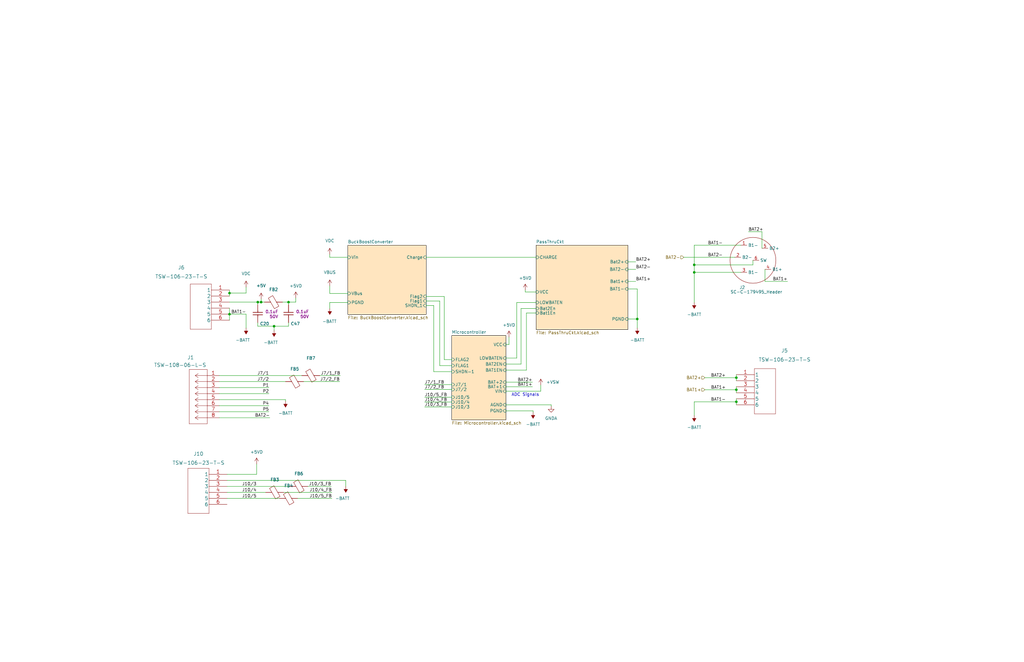
<source format=kicad_sch>
(kicad_sch (version 20230121) (generator eeschema)
  (paper "B")
  (title_block (title "Pass Through Charger") (date "2023-03-01") (rev "4") (company "SupplyNet") (comment 3 "R. Mercado") (comment 4 "Designed By:"))
  (lib_symbols
    (symbol "BCU_AltiumImport-altium-import:0_Cap"
      (property "Value" "0_Cap" (at 0 0 0))
      (symbol "0_Cap_1_0"
        (polyline (pts (xy -2.032 -3.302) (xy 2.032 -3.302)) (stroke (width 0.254)))
        (polyline (pts (xy 0 -5.08) (xy 0 -4.318)) (stroke (width 0.254)))
        (polyline (pts (xy 0 -2.54) (xy 0 -3.302)) (stroke (width 0.254)))
        (polyline (pts (xy 2.032 -4.318) (xy -2.032 -4.318)) (stroke (width 0.254)))
        (pin passive line (at 0 0 270) (length 2.54) (name "1") (number "1"))
        (pin passive line (at 0 -7.62 90) (length 2.54) (name "2") (number "2"))
      )
    )
    (symbol "Connector:SC-C-179495_Header"
      (property "Reference" "J1" (at -1.27 -10.16 0))
      (property "Value" "SC-C-179495_Header" (at -1.27 -12.7 0))
      (symbol "SC-C-179495_Header_0_1"
        (circle (center 8.89 2.54) (radius 9.672))
      )
      (symbol "SC-C-179495_Header_1_1"
        (pin bidirectional line (at 3.81 8.89 0) (length 2.54) (name "B1-") (number "1"))
        (pin bidirectional line (at 1.27 3.81 0) (length 2.54) (name "B2-") (number "2"))
        (pin bidirectional line (at 3.81 -2.54 0) (length 2.54) (name "B1-") (number "3"))
        (pin bidirectional line (at 13.97 -1.27 0) (length 2.54) (name "B1+") (number "4"))
        (pin bidirectional line (at 12.7 7.62 0) (length 2.54) (name "B2+") (number "5"))
        (pin bidirectional line (at 8.89 2.54 0) (length 2.54) (name "SW") (number "6"))
      )
    )
    (symbol "Connector:TSW-106-23-T-S" (pin_names (offset 0.254))
      (property "Reference" "J" (at 20.32 10.16 0))
      (property "Value" "TSW-106-23-T-S" (at 20.32 7.62 0))
      (symbol "TSW-106-23-T-S_1_1"
        (polyline (pts (xy 7.62 -15.24) (xy 16.51 -15.24)) (stroke (width 0.127)))
        (polyline (pts (xy 7.62 3.81) (xy 7.62 -15.24)) (stroke (width 0.127)))
        (polyline (pts (xy 7.62 3.81) (xy 16.51 3.81)) (stroke (width 0.127)))
        (polyline (pts (xy 16.51 -15.24) (xy 16.51 3.81)) (stroke (width 0.127)))
        (pin unspecified line (at 0 1.27 0) (length 7.62) (name "1") (number "1"))
        (pin unspecified line (at 0 -1.27 0) (length 7.62) (name "2") (number "2"))
        (pin unspecified line (at 0 -3.81 0) (length 7.62) (name "3") (number "3"))
        (pin unspecified line (at 0 -6.35 0) (length 7.62) (name "4") (number "4"))
        (pin unspecified line (at 0 -8.89 0) (length 7.62) (name "5") (number "5"))
        (pin unspecified line (at 0 -11.43 0) (length 7.62) (name "6") (number "6"))
      )
    )
    (symbol "Connector:TSW-108-06-L-S" (pin_names (offset 0.254) hide)
      (property "Reference" "J" (at 8.89 6.35 0))
      (property "Value" "TSW-108-06-L-S" (at 10.16 -10.16 0))
      (symbol "TSW-108-06-L-S_1_1"
        (polyline (pts (xy 5.08 -20.32) (xy 12.7 -20.32)) (stroke (width 0.127)))
        (polyline (pts (xy 5.08 2.54) (xy 5.08 -20.32)) (stroke (width 0.127)))
        (polyline (pts (xy 10.16 -17.78) (xy 5.08 -17.78)) (stroke (width 0.127)))
        (polyline (pts (xy 10.16 -17.78) (xy 8.89 -18.6182)) (stroke (width 0.127)))
        (polyline (pts (xy 10.16 -17.78) (xy 8.89 -16.9418)) (stroke (width 0.127)))
        (polyline (pts (xy 10.16 -15.24) (xy 5.08 -15.24)) (stroke (width 0.127)))
        (polyline (pts (xy 10.16 -15.24) (xy 8.89 -16.0782)) (stroke (width 0.127)))
        (polyline (pts (xy 10.16 -15.24) (xy 8.89 -14.4018)) (stroke (width 0.127)))
        (polyline (pts (xy 10.16 -12.7) (xy 5.08 -12.7)) (stroke (width 0.127)))
        (polyline (pts (xy 10.16 -12.7) (xy 8.89 -13.5382)) (stroke (width 0.127)))
        (polyline (pts (xy 10.16 -12.7) (xy 8.89 -11.8618)) (stroke (width 0.127)))
        (polyline (pts (xy 10.16 -10.16) (xy 5.08 -10.16)) (stroke (width 0.127)))
        (polyline (pts (xy 10.16 -10.16) (xy 8.89 -10.9982)) (stroke (width 0.127)))
        (polyline (pts (xy 10.16 -10.16) (xy 8.89 -9.3218)) (stroke (width 0.127)))
        (polyline (pts (xy 10.16 -7.62) (xy 5.08 -7.62)) (stroke (width 0.127)))
        (polyline (pts (xy 10.16 -7.62) (xy 8.89 -8.4582)) (stroke (width 0.127)))
        (polyline (pts (xy 10.16 -7.62) (xy 8.89 -6.7818)) (stroke (width 0.127)))
        (polyline (pts (xy 10.16 -5.08) (xy 5.08 -5.08)) (stroke (width 0.127)))
        (polyline (pts (xy 10.16 -5.08) (xy 8.89 -5.9182)) (stroke (width 0.127)))
        (polyline (pts (xy 10.16 -5.08) (xy 8.89 -4.2418)) (stroke (width 0.127)))
        (polyline (pts (xy 10.16 -2.54) (xy 5.08 -2.54)) (stroke (width 0.127)))
        (polyline (pts (xy 10.16 -2.54) (xy 8.89 -3.3782)) (stroke (width 0.127)))
        (polyline (pts (xy 10.16 -2.54) (xy 8.89 -1.7018)) (stroke (width 0.127)))
        (polyline (pts (xy 10.16 0) (xy 5.08 0)) (stroke (width 0.127)))
        (polyline (pts (xy 10.16 0) (xy 8.89 -0.8382)) (stroke (width 0.127)))
        (polyline (pts (xy 10.16 0) (xy 8.89 0.8382)) (stroke (width 0.127)))
        (polyline (pts (xy 12.7 -20.32) (xy 12.7 2.54)) (stroke (width 0.127)))
        (polyline (pts (xy 12.7 2.54) (xy 5.08 2.54)) (stroke (width 0.127)))
        (pin unspecified line (at 0 0 0) (length 5.08) (name "1") (number "1"))
        (pin unspecified line (at 0 -2.54 0) (length 5.08) (name "2") (number "2"))
        (pin unspecified line (at 0 -5.08 0) (length 5.08) (name "3") (number "3"))
        (pin unspecified line (at 0 -7.62 0) (length 5.08) (name "4") (number "4"))
        (pin unspecified line (at 0 -10.16 0) (length 5.08) (name "5") (number "5"))
        (pin unspecified line (at 0 -12.7 0) (length 5.08) (name "6") (number "6"))
        (pin unspecified line (at 0 -15.24 0) (length 5.08) (name "7") (number "7"))
        (pin unspecified line (at 0 -17.78 0) (length 5.08) (name "8") (number "8"))
      )
    )
    (symbol "Device:FerriteBead" (pin_numbers hide) (pin_names (offset 0))
      (property "Reference" "FB" (at -3.81 0.635 90))
      (property "Value" "FerriteBead" (at 3.81 0 90))
      (symbol "FerriteBead_0_1"
        (polyline (pts (xy 0 -1.27) (xy 0 -1.2192)))
        (polyline (pts (xy 0 1.27) (xy 0 1.2954)))
        (polyline (pts (xy -2.7686 0.4064) (xy -1.7018 2.2606) (xy 2.7686 -0.3048) (xy 1.6764 -2.159) (xy -2.7686 0.4064)))
      )
      (symbol "FerriteBead_1_1"
        (pin passive line (at 0 3.81 270) (length 2.54) (name "~") (number "1"))
        (pin passive line (at 0 -3.81 90) (length 2.54) (name "~") (number "2"))
      )
    )
    (symbol "TSW-106-23-T-S_1" (pin_names (offset 0.254))
      (property "Reference" "J" (at 20.32 10.16 0))
      (property "Value" "TSW-106-23-T-S_1" (at 20.32 7.62 0))
      (symbol "TSW-106-23-T-S_1_1_1"
        (polyline (pts (xy 7.62 -15.24) (xy 16.51 -15.24)) (stroke (width 0.127)))
        (polyline (pts (xy 7.62 3.81) (xy 7.62 -15.24)) (stroke (width 0.127)))
        (polyline (pts (xy 7.62 3.81) (xy 16.51 3.81)) (stroke (width 0.127)))
        (polyline (pts (xy 16.51 -15.24) (xy 16.51 3.81)) (stroke (width 0.127)))
        (pin unspecified line (at 0 1.27 0) (length 7.62) (name "1") (number "1"))
        (pin unspecified line (at 0 -1.27 0) (length 7.62) (name "2") (number "2"))
        (pin unspecified line (at 0 -3.81 0) (length 7.62) (name "3") (number "3"))
        (pin unspecified line (at 0 -6.35 0) (length 7.62) (name "4") (number "4"))
        (pin unspecified line (at 0 -8.89 0) (length 7.62) (name "5") (number "5"))
        (pin unspecified line (at 0 -11.43 0) (length 7.62) (name "6") (number "6"))
      )
    )
    (symbol "power:+5V" (power) (pin_names (offset 0))
      (property "Value" "+5V" (at 0 3.556 0))
      (symbol "+5V_0_1"
        (polyline (pts (xy -0.762 1.27) (xy 0 2.54)))
        (polyline (pts (xy 0 0) (xy 0 2.54)))
        (polyline (pts (xy 0 2.54) (xy 0.762 1.27)))
      )
      (symbol "+5V_1_1"
        (pin power_in line (at 0 0 90) (length 0) hide (name "+5V") (number "1"))
      )
    )
    (symbol "power:+5VD" (power) (pin_names (offset 0))
      (property "Value" "+5VD" (at 0 3.556 0))
      (symbol "+5VD_0_1"
        (polyline (pts (xy -0.762 1.27) (xy 0 2.54)))
        (polyline (pts (xy 0 0) (xy 0 2.54)))
        (polyline (pts (xy 0 2.54) (xy 0.762 1.27)))
      )
      (symbol "+5VD_1_1"
        (pin power_in line (at 0 0 90) (length 0) hide (name "+5VD") (number "1"))
      )
    )
    (symbol "power:+VSW" (power) (pin_names (offset 0))
      (property "Value" "+VSW" (at 0 3.556 0))
      (symbol "+VSW_0_1"
        (polyline (pts (xy -0.762 1.27) (xy 0 2.54)))
        (polyline (pts (xy 0 0) (xy 0 2.54)))
        (polyline (pts (xy 0 2.54) (xy 0.762 1.27)))
      )
      (symbol "+VSW_1_1"
        (pin power_in line (at 0 0 90) (length 0) hide (name "+VSW") (number "1"))
      )
    )
    (symbol "power:-BATT" (power) (pin_names (offset 0))
      (property "Value" "-BATT" (at 0 3.556 0))
      (symbol "-BATT_0_1"
        (polyline (pts (xy 0 0) (xy 0 2.54)))
        (polyline (pts (xy 0.762 1.27) (xy -0.762 1.27) (xy 0 2.54) (xy 0.762 1.27)) (fill (type outline)))
      )
      (symbol "-BATT_1_1"
        (pin power_in line (at 0 0 90) (length 0) hide (name "-BATT") (number "1"))
      )
    )
    (symbol "power:GNDA" (power) (pin_names (offset 0))
      (property "Value" "GNDA" (at 0 -3.81 0))
      (symbol "GNDA_0_1"
        (polyline (pts (xy 0 0) (xy 0 -1.27) (xy 1.27 -1.27) (xy 0 -2.54) (xy -1.27 -1.27) (xy 0 -1.27)))
      )
      (symbol "GNDA_1_1"
        (pin power_in line (at 0 0 270) (length 0) hide (name "GNDA") (number "1"))
      )
    )
    (symbol "power:VBUS" (power) (pin_names (offset 0))
      (property "Value" "VBUS" (at 0 3.81 0))
      (symbol "VBUS_0_1"
        (polyline (pts (xy -0.762 1.27) (xy 0 2.54)))
        (polyline (pts (xy 0 0) (xy 0 2.54)))
        (polyline (pts (xy 0 2.54) (xy 0.762 1.27)))
      )
      (symbol "VBUS_1_1"
        (pin power_in line (at 0 0 90) (length 0) hide (name "VBUS") (number "1"))
      )
    )
    (symbol "power:VDC" (power) (pin_names (offset 0))
      (property "Value" "VDC" (at 0 6.35 0))
      (symbol "VDC_0_1"
        (polyline (pts (xy -0.762 1.27) (xy 0 2.54)))
        (polyline (pts (xy 0 0) (xy 0 2.54)))
        (polyline (pts (xy 0 2.54) (xy 0.762 1.27)))
      )
      (symbol "VDC_1_1"
        (pin power_in line (at 0 0 90) (length 0) hide (name "VDC") (number "1"))
      )
    )
  )
  (junction (at 310.515 169.545))
  (junction (at 96.774 123.698))
  (junction (at 310.515 159.385))
  (junction (at 310.515 164.465))
  (junction (at 292.735 114.935))
  (junction (at 292.735 111.76))
  (junction (at 121.666 127.508))
  (junction (at 96.774 132.588))
  (junction (at 115.57 137.668))
  (junction (at 108.712 127.508))
  (junction (at 268.732 134.62))
  (junction (at 110.109 127.508))
  (wire (pts (xy 214.63 145.415) (xy 213.36 145.415)))
  (wire (pts (xy 96.774 122.428) (xy 96.774 123.698)))
  (wire (pts (xy 121.666 127.508) (xy 124.714 127.508)))
  (wire (pts (xy 108.204 195.834) (xy 108.204 200.152)))
  (wire (pts (xy 321.31 97.79) (xy 321.31 104.775)))
  (wire (pts (xy 145.796 202.692) (xy 145.796 205.232)))
  (wire (pts (xy 179.705 108.585) (xy 226.06 108.585)))
  (wire (pts (xy 179.705 127) (xy 185.42 127)))
  (wire (pts (xy 113.411 171.196) (xy 92.456 171.196)))
  (wire (pts (xy 95.758 205.232) (xy 122.174 205.232)))
  (wire (pts (xy 214.63 142.24) (xy 214.63 145.415)))
  (wire (pts (xy 297.18 159.385) (xy 310.515 159.385)))
  (wire (pts (xy 190.5 151.765) (xy 187.325 151.765)))
  (wire (pts (xy 187.325 151.765) (xy 187.325 125.095)))
  (wire (pts (xy 264.795 134.62) (xy 268.732 134.62)))
  (wire (pts (xy 213.36 151.13) (xy 217.932 151.13)))
  (wire (pts (xy 292.735 111.76) (xy 292.735 114.935)))
  (wire (pts (xy 219.71 153.67) (xy 213.36 153.67)))
  (wire (pts (xy 139.7 205.232) (xy 129.794 205.232)))
  (wire (pts (xy 179.07 167.64) (xy 190.5 167.64)))
  (wire (pts (xy 121.666 127.508) (xy 121.666 128.524)))
  (wire (pts (xy 113.411 166.116) (xy 92.456 166.116)))
  (wire (pts (xy 219.71 153.67) (xy 219.71 130.175)))
  (wire (pts (xy 103.759 132.588) (xy 103.759 138.43)))
  (wire (pts (xy 92.456 163.576) (xy 113.411 163.576)))
  (wire (pts (xy 146.685 127.635) (xy 139.065 127.635)))
  (wire (pts (xy 139.065 107.315) (xy 139.065 108.585)))
  (wire (pts (xy 96.774 132.588) (xy 103.759 132.588)))
  (wire (pts (xy 120.396 169.291) (xy 120.396 168.656)))
  (wire (pts (xy 139.065 127.635) (xy 139.065 130.175)))
  (wire (pts (xy 226.06 123.19) (xy 221.488 123.19)))
  (wire (pts (xy 96.774 132.588) (xy 96.774 135.128)))
  (wire (pts (xy 190.5 156.845) (xy 182.88 156.845)))
  (wire (pts (xy 292.735 111.76) (xy 317.5 111.76)))
  (wire (pts (xy 292.735 103.505) (xy 292.735 111.76)))
  (wire (pts (xy 108.712 127.508) (xy 96.774 127.508)))
  (wire (pts (xy 322.58 113.665) (xy 322.58 118.745)))
  (wire (pts (xy 310.515 169.545) (xy 292.735 169.545)))
  (wire (pts (xy 179.07 164.338) (xy 190.5 164.338)))
  (wire (pts (xy 95.758 202.692) (xy 145.796 202.692)))
  (wire (pts (xy 92.456 158.496) (xy 127.254 158.496)))
  (wire (pts (xy 115.57 137.668) (xy 108.712 137.668)))
  (wire (pts (xy 219.71 130.175) (xy 226.06 130.175)))
  (wire (pts (xy 103.759 121.158) (xy 103.759 123.698)))
  (wire (pts (xy 217.932 151.13) (xy 217.932 127.635)))
  (wire (pts (xy 120.396 168.656) (xy 92.456 168.656)))
  (wire (pts (xy 185.42 154.305) (xy 190.5 154.305)))
  (wire (pts (xy 310.515 163.195) (xy 310.515 164.465)))
  (wire (pts (xy 121.666 127.508) (xy 119.126 127.508)))
  (wire (pts (xy 113.411 173.736) (xy 92.456 173.736)))
  (wire (pts (xy 217.932 127.635) (xy 226.06 127.635)))
  (wire (pts (xy 292.735 114.935) (xy 292.735 127.635)))
  (wire (pts (xy 103.759 123.698) (xy 96.774 123.698)))
  (wire (pts (xy 221.996 156.21) (xy 221.996 132.08)))
  (wire (pts (xy 213.36 161.29) (xy 224.536 161.29)))
  (wire (pts (xy 179.07 171.704) (xy 190.5 171.704)))
  (wire (pts (xy 264.795 113.665) (xy 268.097 113.665)))
  (wire (pts (xy 268.732 121.92) (xy 264.795 121.92)))
  (wire (pts (xy 115.57 137.668) (xy 115.57 139.446)))
  (wire (pts (xy 312.42 103.505) (xy 292.735 103.505)))
  (wire (pts (xy 108.204 200.152) (xy 95.758 200.152)))
  (wire (pts (xy 139.065 108.585) (xy 146.685 108.585)))
  (wire (pts (xy 310.515 158.115) (xy 310.515 159.385)))
  (wire (pts (xy 224.79 173.99) (xy 224.79 173.355)))
  (wire (pts (xy 221.996 132.08) (xy 226.06 132.08)))
  (wire (pts (xy 108.712 128.524) (xy 108.712 127.508)))
  (wire (pts (xy 179.07 169.672) (xy 190.5 169.672)))
  (wire (pts (xy 268.732 138.43) (xy 268.732 134.62)))
  (wire (pts (xy 315.595 97.79) (xy 321.31 97.79)))
  (wire (pts (xy 292.735 169.545) (xy 292.735 175.26)))
  (wire (pts (xy 124.714 125.73) (xy 124.714 127.508)))
  (wire (pts (xy 224.79 173.355) (xy 213.36 173.355)))
  (wire (pts (xy 119.634 207.772) (xy 139.954 207.772)))
  (wire (pts (xy 108.712 136.144) (xy 108.712 137.668)))
  (wire (pts (xy 310.515 164.465) (xy 310.515 165.735)))
  (wire (pts (xy 317.5 109.855) (xy 317.5 111.76)))
  (wire (pts (xy 111.506 127.508) (xy 110.109 127.508)))
  (wire (pts (xy 146.685 123.825) (xy 139.065 123.825)))
  (wire (pts (xy 139.065 120.65) (xy 139.065 123.825)))
  (wire (pts (xy 143.256 161.036) (xy 128.016 161.036)))
  (wire (pts (xy 288.29 108.585) (xy 309.88 108.585)))
  (wire (pts (xy 110.109 127.508) (xy 108.712 127.508)))
  (wire (pts (xy 322.58 118.745) (xy 332.105 118.745)))
  (wire (pts (xy 185.42 127) (xy 185.42 154.305)))
  (wire (pts (xy 96.774 130.048) (xy 96.774 132.588)))
  (wire (pts (xy 121.666 137.668) (xy 115.57 137.668)))
  (wire (pts (xy 213.36 165.1) (xy 227.9904 165.1)))
  (wire (pts (xy 92.456 176.276) (xy 113.792 176.276)))
  (wire (pts (xy 297.18 164.465) (xy 310.515 164.465)))
  (wire (pts (xy 110.109 127.508) (xy 110.109 126.238)))
  (wire (pts (xy 125.476 210.312) (xy 139.954 210.312)))
  (wire (pts (xy 213.36 156.21) (xy 221.996 156.21)))
  (wire (pts (xy 227.9904 165.1) (xy 228.0158 162.5092)))
  (wire (pts (xy 268.732 134.62) (xy 268.732 121.92)))
  (wire (pts (xy 121.666 136.144) (xy 121.666 137.668)))
  (wire (pts (xy 182.88 156.845) (xy 182.88 128.905)))
  (wire (pts (xy 96.774 123.698) (xy 96.774 124.968)))
  (wire (pts (xy 292.735 114.935) (xy 312.42 114.935)))
  (wire (pts (xy 187.325 125.095) (xy 179.705 125.095)))
  (wire (pts (xy 310.515 169.545) (xy 310.515 170.815)))
  (wire (pts (xy 310.515 169.545) (xy 310.515 168.275)))
  (wire (pts (xy 310.515 159.385) (xy 310.515 160.655)))
  (wire (pts (xy 95.758 210.312) (xy 117.856 210.312)))
  (wire (pts (xy 92.456 161.036) (xy 120.396 161.036)))
  (wire (pts (xy 95.758 207.772) (xy 112.014 207.772)))
  (wire (pts (xy 182.88 128.905) (xy 179.705 128.905)))
  (wire (pts (xy 264.795 118.745) (xy 268.097 118.745)))
  (wire (pts (xy 264.795 110.49) (xy 268.097 110.49)))
  (wire (pts (xy 143.51 158.496) (xy 134.874 158.496)))
  (wire (pts (xy 221.488 123.19) (xy 221.488 122.428)))
  (wire (pts (xy 213.36 170.815) (xy 232.41 170.815)))
  (wire (pts (xy 213.36 163.195) (xy 224.536 163.195)))
  (wire (pts (xy 179.07 162.306) (xy 190.5 162.306)))
  (wire (pts (xy 232.41 170.815) (xy 232.41 171.45)))
  (text "ADC Signals\n" (at 215.646 167.386 0) (effects (font (size 1.27 1.27)) (justify left bottom)))
  (label "BAT2+" (at 268.097 110.49 0))
  (label "J10{slash}3_FB" (at 139.7 205.232 180))
  (label "BAT2-" (at 268.097 113.665 0))
  (label "J10{slash}5" (at 108.204 210.312 180))
  (label "J7{slash}2" (at 113.411 161.036 180))
  (label "BAT1-" (at 299.72 169.545 0))
  (label "BAT1+" (at 332.105 118.745 180))
  (label "J10{slash}5_FB" (at 179.07 167.64 0))
  (label "BAT2+" (at 315.595 97.79 0))
  (label "BAT2+" (at 224.536 161.29 180))
  (label "P1" (at 113.411 163.576 180))
  (label "J7{slash}2_FB" (at 179.07 164.338 0))
  (label "J7{slash}1" (at 113.411 158.496 180))
  (label "J7{slash}1_FB" (at 143.51 158.496 180))
  (label "P2" (at 113.411 166.116 180))
  (label "J10{slash}4_FB" (at 179.07 169.672 0))
  (label "P5" (at 113.411 173.736 180))
  (label "BAT1+" (at 268.097 118.745 0))
  (label "J10{slash}4_FB" (at 139.954 207.772 180))
  (label "BAT2+" (at 299.72 159.385 0))
  (label "J10{slash}3_FB" (at 179.07 171.704 0))
  (label "J10{slash}5_FB" (at 139.954 210.312 180))
  (label "BAT2-" (at 298.45 108.585 0))
  (label "BAT1+" (at 224.536 163.195 180))
  (label "BAT1-" (at 298.45 103.505 0))
  (label "J7{slash}2_FB" (at 143.256 161.036 180))
  (label "BAT1-" (at 103.759 132.588 180))
  (label "BAT1+" (at 306.07 164.465 180))
  (label "BAT2-" (at 113.792 176.276 180))
  (label "J7{slash}1_FB" (at 179.07 162.306 0))
  (label "P4" (at 113.411 171.196 180))
  (label "J10{slash}3" (at 108.204 205.232 180))
  (label "J10{slash}4" (at 108.204 207.772 180))
  (hierarchical_label "BAT1+" (shape input) (at 297.18 164.465 180))
  (hierarchical_label "BAT2-" (shape input) (at 288.29 108.585 180))
  (hierarchical_label "BAT2+" (shape input) (at 297.18 159.385 180))
  (symbol (lib_id "power:-BATT") (at 292.735 175.26 180) (unit 1)
    (property "Reference" "#PWR0126" (effects hide))
    (property "Value" "-BATT" (at 292.735 180.34 0))
  )
  (symbol (lib_id "Device:FerriteBead") (at 115.824 207.772 270) (mirror x) (unit 1)
    (property "Reference" "FB3" (at 115.8748 202.438 90))
    (property "Value" "BLM21AG121BH1D" (effects hide))
    (property "Footprint" "Inductor_SMD:L_0805_2012Metric" (effects hide))
  )
  (symbol (lib_id "Device:FerriteBead") (at 131.064 158.496 270) (mirror x) (unit 1)
    (property "Reference" "FB7" (at 131.1148 151.13 90))
    (property "Value" "BLM21AG121BH1D" (effects hide))
    (property "Footprint" "Inductor_SMD:L_0805_2012Metric" (effects hide))
  )
  (symbol (lib_id "BCU_AltiumImport-altium-import:0_Cap") (at 108.712 136.144 180) (unit 1)
    (property "Reference" "C20" (at 113.538 135.89 0) (effects (justify left bottom)))
    (property "Value" "0.1uF" (effects hide))
    (property "Footprint" "Capacitor_SMD:C_0603_1608Metric" (effects hide))
    (property "DIELECTRIC" "X7R" (effects hide))
    (property "CAPACITANCE" "0.1uF" (at 117.348 130.81 0) (effects (justify left bottom)))
    (property "VOLTAGE" "50V" (at 117.348 132.842 0) (effects (justify left bottom)))
    (property "IDENTIFIER" "0.1uF 100V +/-5% 0603" (effects hide))
    (property "MANUFACTURER" "Vishay/Vitramon" (effects hide))
    (property "MANUFACTURER 2" "AVX" (effects hide))
    (property "MANUFACTURER PARTNO 2" "12062C104JAT2A" (effects hide))
    (property "PRESSURE VERIFIED" "12000" (effects hide))
    (property "DATE CHECKED" "12/17/2019" (effects hide))
    (property "DATE VERIFIED" "12/17/2019" (effects hide))
    (property "TOLERANCE" "+/-5%" (effects hide))
    (property "MOUNTING TECHNOLOGY" "SMT" (effects hide))
    (property "ROHS" "YES" (effects hide))
    (property "DO NOT POPULATE" "DNP" (effects hide))
    (property "PACKAGE" "1206" (effects hide))
    (property "POLAR" "No" (effects hide))
    (property "HELPURL" "https://www.mouser.com/datasheet/2/427/vjw1bcbascomseries-223529.pdf" (effects hide))
  )
  (symbol (lib_id "power:+5VD") (at 124.714 125.73 0) (unit 1)
    (property "Reference" "#PWR0134" (effects hide))
    (property "Value" "+5VD" (at 124.714 120.65 0))
  )
  (symbol (lib_id "power:+5VD") (at 221.488 122.428 0) (unit 1)
    (property "Reference" "#PWR0163" (effects hide))
    (property "Value" "+5VD" (at 221.488 117.348 0))
  )
  (symbol (lib_id "power:VDC") (at 139.065 107.315 0) (mirror y) (unit 1)
    (property "Reference" "#PWR0130" (effects hide))
    (property "Value" "VDC" (at 139.065 101.6 0))
  )
  (symbol (lib_id "Connector:TSW-108-06-L-S") (at 92.456 158.496 0) (mirror y) (unit 1)
    (property "Reference" "J1" (at 80.391 150.876 0) (effects (font (size 1.524 1.524))))
    (property "Value" "TSW-108-06-L-S" (at 75.946 154.051 0) (effects (font (size 1.524 1.524))))
    (property "Footprint" "Connector_Samtec:TSW-108-06-L-S" (effects hide))
  )
  (symbol (lib_id "BCU_AltiumImport-altium-import:0_Cap") (at 121.666 136.144 180) (unit 1)
    (property "Reference" "C47" (at 126.492 135.89 0) (effects (justify left bottom)))
    (property "Value" "0.1uF" (effects hide))
    (property "Footprint" "Capacitor_SMD:C_0603_1608Metric" (effects hide))
    (property "DIELECTRIC" "X7R" (effects hide))
    (property "CAPACITANCE" "0.1uF" (at 130.302 130.81 0) (effects (justify left bottom)))
    (property "VOLTAGE" "50V" (at 130.302 132.842 0) (effects (justify left bottom)))
    (property "IDENTIFIER" "0.1uF 100V +/-5% 0603" (effects hide))
    (property "MANUFACTURER" "Vishay/Vitramon" (effects hide))
    (property "MANUFACTURER 2" "AVX" (effects hide))
    (property "MANUFACTURER PARTNO 2" "12062C104JAT2A" (effects hide))
    (property "PRESSURE VERIFIED" "12000" (effects hide))
    (property "DATE CHECKED" "12/17/2019" (effects hide))
    (property "DATE VERIFIED" "12/17/2019" (effects hide))
    (property "TOLERANCE" "+/-5%" (effects hide))
    (property "MOUNTING TECHNOLOGY" "SMT" (effects hide))
    (property "ROHS" "YES" (effects hide))
    (property "DO NOT POPULATE" "DNP" (effects hide))
    (property "PACKAGE" "1206" (effects hide))
    (property "POLAR" "No" (effects hide))
    (property "HELPURL" "https://www.mouser.com/datasheet/2/427/vjw1bcbascomseries-223529.pdf" (effects hide))
  )
  (symbol (lib_id "Connector:TSW-106-23-T-S") (at 95.758 201.422 0) (mirror y) (unit 1)
    (property "Reference" "J10" (at 83.693 191.516 0) (effects (font (size 1.524 1.524))))
    (property "Value" "TSW-106-23-T-S" (at 83.693 195.326 0) (effects (font (size 1.524 1.524))))
    (property "Footprint" "Connector_Samtec:TSW-106-23-T-S" (effects hide))
  )
  (symbol (lib_id "power:-BATT") (at 224.79 173.99 180) (unit 1)
    (property "Reference" "#PWR0136" (effects hide))
    (property "Value" "-BATT" (at 224.79 179.07 0))
  )
  (symbol (lib_id "power:-BATT") (at 268.732 138.43 180) (unit 1)
    (property "Reference" "#PWR0133" (effects hide))
    (property "Value" "-BATT" (at 268.732 143.51 0))
  )
  (symbol (lib_id "power:-BATT") (at 103.759 138.43 0) (mirror x) (unit 1)
    (property "Reference" "#PWR0129" (effects hide))
    (property "Value" "-BATT" (at 102.362 143.51 0))
  )
  (symbol (lib_name "TSW-106-23-T-S_1") (lib_id "Connector:TSW-106-23-T-S") (at 310.515 159.385 0) (unit 1)
    (property "Reference" "J5" (at 330.835 147.955 0) (effects (font (size 1.524 1.524))))
    (property "Value" "TSW-106-23-T-S" (at 330.835 151.765 0) (effects (font (size 1.524 1.524))))
    (property "Footprint" "Connector_Samtec:TSW-106-23-T-S" (effects hide))
  )
  (symbol (lib_id "power:+5VD") (at 214.63 142.24 0) (unit 1)
    (property "Reference" "#PWR0162" (effects hide))
    (property "Value" "+5VD" (at 214.63 137.16 0))
  )
  (symbol (lib_id "power:-BATT") (at 115.57 139.446 0) (mirror x) (unit 1)
    (property "Reference" "#PWR01" (effects hide))
    (property "Value" "-BATT" (at 114.173 144.526 0))
  )
  (symbol (lib_id "power:-BATT") (at 120.396 169.291 180) (unit 1)
    (property "Reference" "#PWR0124" (effects hide))
    (property "Value" "-BATT" (at 120.396 174.371 0))
  )
  (symbol (lib_id "Connector:TSW-106-23-T-S") (at 96.774 123.698 0) (mirror y) (unit 1)
    (property "Reference" "J6" (at 76.454 112.903 0) (effects (font (size 1.524 1.524))))
    (property "Value" "TSW-106-23-T-S" (at 76.454 116.713 0) (effects (font (size 1.524 1.524))))
    (property "Footprint" "Connector_Samtec:TSW-106-23-T-S" (effects hide))
  )
  (symbol (lib_id "power:-BATT") (at 139.065 130.175 0) (mirror x) (unit 1)
    (property "Reference" "#PWR0132" (effects hide))
    (property "Value" "-BATT" (at 138.938 135.636 0))
  )
  (symbol (lib_id "Device:FerriteBead") (at 124.206 161.036 270) (mirror x) (unit 1)
    (property "Reference" "FB5" (at 124.2568 155.702 90))
    (property "Value" "BLM21AG121BH1D" (effects hide))
    (property "Footprint" "Inductor_SMD:L_0805_2012Metric" (effects hide))
  )
  (symbol (lib_id "power:+5V") (at 110.109 126.238 0) (mirror y) (unit 1)
    (property "Reference" "#PWR0128" (effects hide))
    (property "Value" "+5V" (at 110.109 120.523 0))
  )
  (symbol (lib_id "power:-BATT") (at 145.796 205.232 0) (mirror x) (unit 1)
    (property "Reference" "#PWR0111" (effects hide))
    (property "Value" "-BATT" (at 144.399 210.312 0))
  )
  (symbol (lib_id "power:GNDA") (at 232.41 171.45 0) (unit 1)
    (property "Reference" "#PWR0137" (effects hide))
    (property "Value" "GNDA" (at 232.41 176.53 0))
  )
  (symbol (lib_id "power:+5VD") (at 108.204 195.834 0) (unit 1)
    (property "Reference" "#PWR0164" (effects hide))
    (property "Value" "+5VD" (at 108.204 190.754 0))
  )
  (symbol (lib_id "Connector:SC-C-179495_Header") (at 308.61 112.395 0) (unit 1)
    (property "Reference" "J2" (at 311.785 121.285 0) (effects (justify left)))
    (property "Value" "SC-C-179495_Header" (at 307.975 123.19 0) (effects (justify left)))
    (property "Footprint" "Connector:SC-C-179495_HEADER" (effects hide))
  )
  (symbol (lib_id "Device:FerriteBead") (at 121.666 210.312 270) (mirror x) (unit 1)
    (property "Reference" "FB4" (at 121.7168 204.978 90))
    (property "Value" "BLM21AG121BH1D" (effects hide))
    (property "Footprint" "Inductor_SMD:L_0805_2012Metric" (effects hide))
  )
  (symbol (lib_id "Device:FerriteBead") (at 125.984 205.232 270) (mirror x) (unit 1)
    (property "Reference" "FB6" (at 126.0348 199.898 90))
    (property "Value" "BLM21AG121BH1D" (effects hide))
    (property "Footprint" "Inductor_SMD:L_0805_2012Metric" (effects hide))
  )
  (symbol (lib_id "power:+VSW") (at 228.0158 162.5092 0) (unit 1)
    (property "Reference" "#PWR0109" (effects hide))
    (property "Value" "+VSW" (at 230.3272 161.2391 0) (effects (justify left)))
  )
  (symbol (lib_id "power:VDC") (at 103.759 121.158 0) (mirror y) (unit 1)
    (property "Reference" "#PWR0127" (effects hide))
    (property "Value" "VDC" (at 103.759 115.443 0))
  )
  (symbol (lib_id "power:VBUS") (at 139.065 120.65 0) (unit 1)
    (property "Reference" "#PWR0131" (effects hide))
    (property "Value" "VBUS" (at 139.065 114.935 0))
  )
  (symbol (lib_id "Device:FerriteBead") (at 115.316 127.508 270) (mirror x) (unit 1)
    (property "Reference" "FB2" (at 115.3668 122.174 90))
    (property "Value" "BLM21AG121BH1D" (effects hide))
    (property "Footprint" "Inductor_SMD:L_0805_2012Metric" (effects hide))
  )
  (symbol (lib_id "power:-BATT") (at 292.735 127.635 180) (unit 1)
    (property "Reference" "#PWR0125" (effects hide))
    (property "Value" "-BATT" (at 292.735 132.715 0))
  )
  (sheet (at 146.685 103.505) (size 33.02 29.21) (stroke (width 0.1524) (color 0 0 0 1)) (fill (color 255 229 191 1.0000))
    (property "Sheetname" "BuckBoostConverter" (at 146.685 102.7934 0) (effects (justify left bottom)))
    (property "Sheetfile" "BuckBoostConverter.kicad_sch" (at 146.685 133.2996 0) (effects (justify left top)))
    (pin "Vin" input (at 146.685 108.585 180))
    (pin "Flag1" input (at 179.705 127 0))
    (pin "Flag2" input (at 179.705 125.095 0))
    (pin "SHDN_1" input (at 179.705 128.905 0))
    (pin "Charge" input (at 179.705 108.585 0))
    (pin "VBus" input (at 146.685 123.825 180))
    (pin "PGND" input (at 146.685 127.635 180))
  )
  (sheet (at 190.5 141.605) (size 22.86 35.56) (stroke (width 0.1524) (color 0 0 0 1)) (fill (color 255 229 191 1.0000))
    (property "Sheetname" "Microcontroller" (at 190.5 140.8934 0) (effects (justify left bottom)))
    (property "Sheetfile" "Microcontroller.kicad_sch" (at 190.5 177.7496 0) (effects (justify left top)))
    (pin "AGND" input (at 213.36 170.815 0))
    (pin "VCC" input (at 213.36 145.415 0))
    (pin "BAT2EN" input (at 213.36 153.67 0))
    (pin "FLAG2" input (at 190.5 151.765 180))
    (pin "FLAG1" input (at 190.5 154.305 180))
    (pin "BAT1EN" input (at 213.36 156.21 0))
    (pin "LOWBATEN" input (at 213.36 151.13 0))
    (pin "SHDN-1" input (at 190.5 156.845 180))
    (pin "BAT+2" input (at 213.36 161.29 0))
    (pin "VIN" input (at 213.36 165.1 0))
    (pin "BAT+1" input (at 213.36 163.195 0))
    (pin "PGND" input (at 213.36 173.355 0))
    (pin "J10{slash}5" input (at 190.5 167.64 180))
    (pin "J10{slash}3" input (at 190.5 171.704 180))
    (pin "J7{slash}2" input (at 190.5 164.338 180))
    (pin "J7{slash}1" input (at 190.5 162.306 180))
    (pin "J10{slash}4" input (at 190.5 169.672 180))
  )
  (sheet (at 226.06 103.505) (size 38.735 35.56) (stroke (width 0.1524) (color 0 0 0 1)) (fill (color 255 229 191 1.0000))
    (property "Sheetname" "PassThruCkt" (at 226.06 102.7934 0) (effects (justify left bottom)))
    (property "Sheetfile" "PassThruCkt.kicad_sch" (at 226.06 139.6496 0) (effects (justify left top)))
    (pin "CHARGE" input (at 226.06 108.585 180))
    (pin "Bat2+" input (at 264.795 110.49 0))
    (pin "BAT2-" input (at 264.795 113.665 0))
    (pin "LOWBATEN" input (at 226.06 127.635 180))
    (pin "VCC" input (at 226.06 123.19 180))
    (pin "Bat1+" input (at 264.795 118.745 0))
    (pin "BAT1-" input (at 264.795 121.92 0))
    (pin "PGND" input (at 264.795 134.62 0))
    (pin "Bat2En" input (at 226.06 130.175 180))
    (pin "Bat1En" input (at 226.06 132.08 180))
  )
)
</source>
